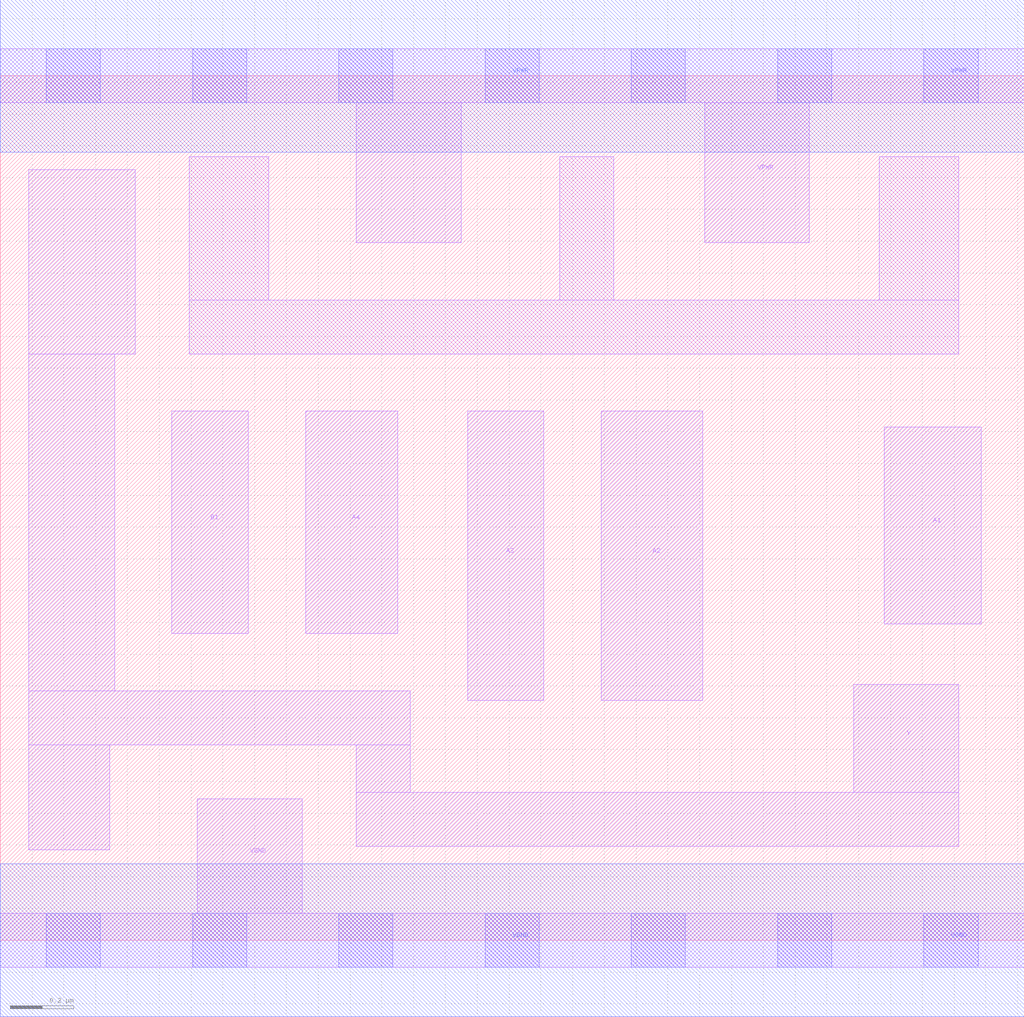
<source format=lef>
# Copyright 2020 The SkyWater PDK Authors
#
# Licensed under the Apache License, Version 2.0 (the "License");
# you may not use this file except in compliance with the License.
# You may obtain a copy of the License at
#
#     https://www.apache.org/licenses/LICENSE-2.0
#
# Unless required by applicable law or agreed to in writing, software
# distributed under the License is distributed on an "AS IS" BASIS,
# WITHOUT WARRANTIES OR CONDITIONS OF ANY KIND, either express or implied.
# See the License for the specific language governing permissions and
# limitations under the License.
#
# SPDX-License-Identifier: Apache-2.0

VERSION 5.7 ;
  NAMESCASESENSITIVE ON ;
  NOWIREEXTENSIONATPIN ON ;
  DIVIDERCHAR "/" ;
  BUSBITCHARS "[]" ;
UNITS
  DATABASE MICRONS 200 ;
END UNITS
MACRO sky130_fd_sc_hd__a41oi_1
  CLASS CORE ;
  SOURCE USER ;
  FOREIGN sky130_fd_sc_hd__a41oi_1 ;
  ORIGIN  0.000000  0.000000 ;
  SIZE  3.220000 BY  2.720000 ;
  SYMMETRY X Y R90 ;
  SITE unithd ;
  PIN A1
    ANTENNAGATEAREA  0.247500 ;
    DIRECTION INPUT ;
    USE SIGNAL ;
    PORT
      LAYER li1 ;
        RECT 2.780000 0.995000 3.085000 1.615000 ;
    END
  END A1
  PIN A2
    ANTENNAGATEAREA  0.247500 ;
    DIRECTION INPUT ;
    USE SIGNAL ;
    PORT
      LAYER li1 ;
        RECT 1.890000 0.755000 2.210000 1.665000 ;
    END
  END A2
  PIN A3
    ANTENNAGATEAREA  0.247500 ;
    DIRECTION INPUT ;
    USE SIGNAL ;
    PORT
      LAYER li1 ;
        RECT 1.470000 0.755000 1.710000 1.665000 ;
    END
  END A3
  PIN A4
    ANTENNAGATEAREA  0.247500 ;
    DIRECTION INPUT ;
    USE SIGNAL ;
    PORT
      LAYER li1 ;
        RECT 0.960000 0.965000 1.250000 1.665000 ;
    END
  END A4
  PIN B1
    ANTENNAGATEAREA  0.247500 ;
    DIRECTION INPUT ;
    USE SIGNAL ;
    PORT
      LAYER li1 ;
        RECT 0.540000 0.965000 0.780000 1.665000 ;
    END
  END B1
  PIN Y
    ANTENNADIFFAREA  0.669500 ;
    DIRECTION OUTPUT ;
    USE SIGNAL ;
    PORT
      LAYER li1 ;
        RECT 0.090000 0.285000 0.345000 0.615000 ;
        RECT 0.090000 0.615000 1.290000 0.785000 ;
        RECT 0.090000 0.785000 0.360000 1.845000 ;
        RECT 0.090000 1.845000 0.425000 2.425000 ;
        RECT 1.120000 0.295000 3.015000 0.465000 ;
        RECT 1.120000 0.465000 1.290000 0.615000 ;
        RECT 2.685000 0.465000 3.015000 0.805000 ;
    END
  END Y
  PIN VGND
    DIRECTION INOUT ;
    SHAPE ABUTMENT ;
    USE GROUND ;
    PORT
      LAYER li1 ;
        RECT 0.000000 -0.085000 3.220000 0.085000 ;
        RECT 0.620000  0.085000 0.950000 0.445000 ;
      LAYER mcon ;
        RECT 0.145000 -0.085000 0.315000 0.085000 ;
        RECT 0.605000 -0.085000 0.775000 0.085000 ;
        RECT 1.065000 -0.085000 1.235000 0.085000 ;
        RECT 1.525000 -0.085000 1.695000 0.085000 ;
        RECT 1.985000 -0.085000 2.155000 0.085000 ;
        RECT 2.445000 -0.085000 2.615000 0.085000 ;
        RECT 2.905000 -0.085000 3.075000 0.085000 ;
      LAYER met1 ;
        RECT 0.000000 -0.240000 3.220000 0.240000 ;
    END
  END VGND
  PIN VPWR
    DIRECTION INOUT ;
    SHAPE ABUTMENT ;
    USE POWER ;
    PORT
      LAYER li1 ;
        RECT 0.000000 2.635000 3.220000 2.805000 ;
        RECT 1.120000 2.195000 1.450000 2.635000 ;
        RECT 2.215000 2.195000 2.545000 2.635000 ;
      LAYER mcon ;
        RECT 0.145000 2.635000 0.315000 2.805000 ;
        RECT 0.605000 2.635000 0.775000 2.805000 ;
        RECT 1.065000 2.635000 1.235000 2.805000 ;
        RECT 1.525000 2.635000 1.695000 2.805000 ;
        RECT 1.985000 2.635000 2.155000 2.805000 ;
        RECT 2.445000 2.635000 2.615000 2.805000 ;
        RECT 2.905000 2.635000 3.075000 2.805000 ;
      LAYER met1 ;
        RECT 0.000000 2.480000 3.220000 2.960000 ;
    END
  END VPWR
  OBS
    LAYER li1 ;
      RECT 0.595000 1.845000 3.015000 2.015000 ;
      RECT 0.595000 2.015000 0.845000 2.465000 ;
      RECT 1.760000 2.015000 1.930000 2.465000 ;
      RECT 2.765000 2.015000 3.015000 2.465000 ;
  END
END sky130_fd_sc_hd__a41oi_1
END LIBRARY

</source>
